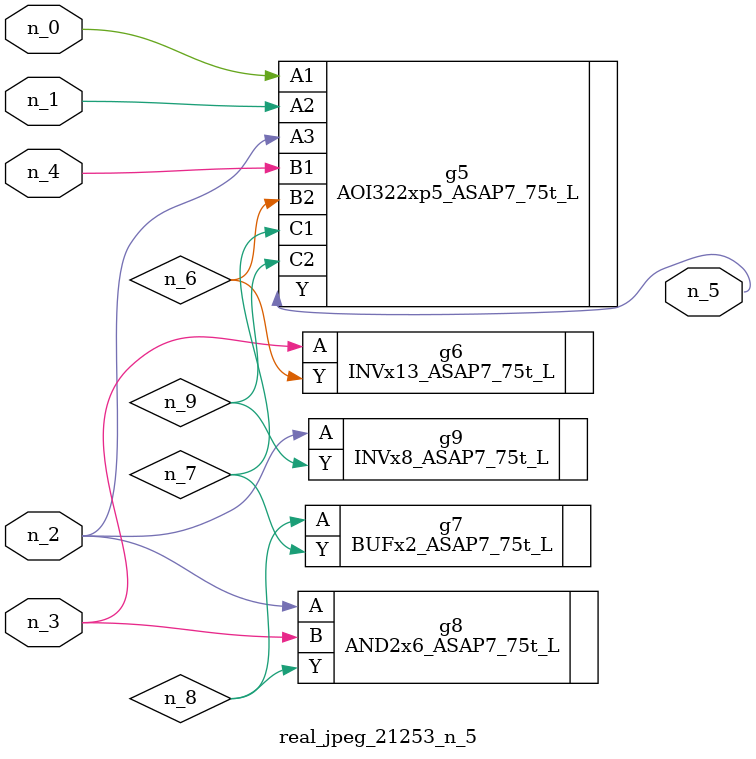
<source format=v>
module real_jpeg_21253_n_5 (n_4, n_0, n_1, n_2, n_3, n_5);

input n_4;
input n_0;
input n_1;
input n_2;
input n_3;

output n_5;

wire n_8;
wire n_6;
wire n_7;
wire n_9;

AOI322xp5_ASAP7_75t_L g5 ( 
.A1(n_0),
.A2(n_1),
.A3(n_2),
.B1(n_4),
.B2(n_6),
.C1(n_7),
.C2(n_9),
.Y(n_5)
);

AND2x6_ASAP7_75t_L g8 ( 
.A(n_2),
.B(n_3),
.Y(n_8)
);

INVx8_ASAP7_75t_L g9 ( 
.A(n_2),
.Y(n_9)
);

INVx13_ASAP7_75t_L g6 ( 
.A(n_3),
.Y(n_6)
);

BUFx2_ASAP7_75t_L g7 ( 
.A(n_8),
.Y(n_7)
);


endmodule
</source>
